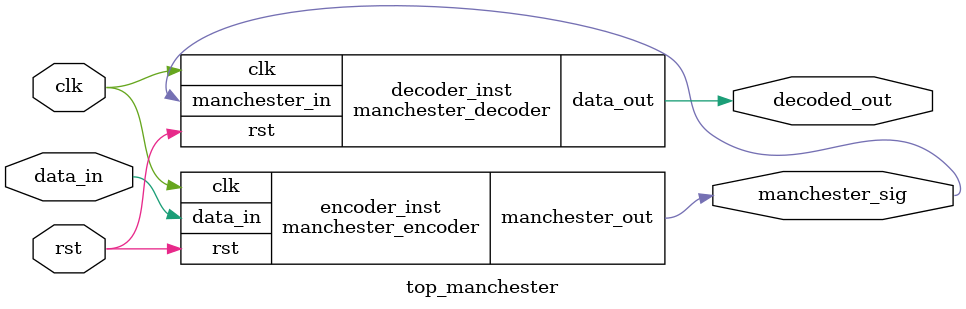
<source format=v>


// Verification Directory fv/top_manchester 

module manchester_decoder(clk, rst, manchester_in, data_out);
  input clk, rst, manchester_in;
  output data_out;
  wire clk, rst, manchester_in;
  wire data_out;
  wire n_0, n_1;
  DFFRHQX1 data_out_reg(.RN (n_0), .CK (clk), .D (n_1), .Q (data_out));
  INVXL g6(.A (manchester_in), .Y (n_1));
  INVXL g7(.A (rst), .Y (n_0));
endmodule

module manchester_encoder(clk, rst, data_in, manchester_out);
  input clk, rst, data_in;
  output manchester_out;
  wire clk, rst, data_in;
  wire manchester_out;
  wire n_0, n_1;
  DFFRHQX1 manchester_out_reg(.RN (n_0), .CK (clk), .D (n_1), .Q
       (manchester_out));
  INVXL g6(.A (data_in), .Y (n_1));
  INVXL g7(.A (rst), .Y (n_0));
endmodule

module top_manchester(clk, rst, data_in, manchester_sig, decoded_out);
  input clk, rst, data_in;
  output manchester_sig, decoded_out;
  wire clk, rst, data_in;
  wire manchester_sig, decoded_out;
  manchester_decoder decoder_inst(.clk (clk), .rst (rst),
       .manchester_in (manchester_sig), .data_out (decoded_out));
  manchester_encoder encoder_inst(.clk (clk), .rst (rst), .data_in
       (data_in), .manchester_out (manchester_sig));
endmodule


</source>
